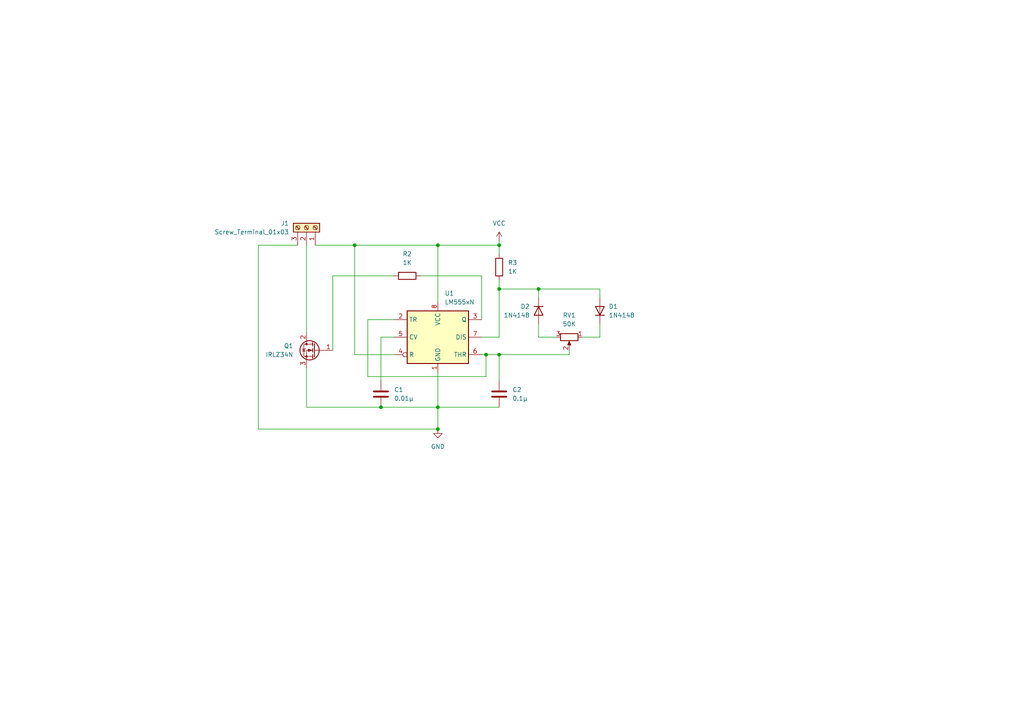
<source format=kicad_sch>
(kicad_sch (version 20230121) (generator eeschema)
  (paper "A4")
  (lib_symbols
    (symbol "Connector:Screw_Terminal_01x03" (pin_names (offset 1.016) hide)
      (property "Reference" "J" (at 0 5.08 0))
      (property "Value" "Screw_Terminal_01x03" (at 0 -5.08 0))
      (symbol "Screw_Terminal_01x03_1_1"
        (rectangle (start -1.27 3.81) (end 1.27 -3.81) (stroke (width 0.254)) (fill (type background)))
        (circle (center 0 -2.54) (radius 0.635) (stroke (width 0.1524)))
        (polyline (pts (xy -0.5334 -2.2098) (xy 0.3302 -3.048)) (stroke (width 0.1524)))
        (polyline (pts (xy -0.5334 0.3302) (xy 0.3302 -0.508)) (stroke (width 0.1524)))
        (polyline (pts (xy -0.5334 2.8702) (xy 0.3302 2.032)) (stroke (width 0.1524)))
        (polyline (pts (xy -0.3556 -2.032) (xy 0.508 -2.8702)) (stroke (width 0.1524)))
        (polyline (pts (xy -0.3556 0.508) (xy 0.508 -0.3302)) (stroke (width 0.1524)))
        (polyline (pts (xy -0.3556 3.048) (xy 0.508 2.2098)) (stroke (width 0.1524)))
        (circle (center 0 0) (radius 0.635) (stroke (width 0.1524)))
        (circle (center 0 2.54) (radius 0.635) (stroke (width 0.1524)))
        (pin passive line (at -5.08 2.54 0) (length 3.81) (name "Pin_1") (number "1"))
        (pin passive line (at -5.08 0 0) (length 3.81) (name "Pin_2") (number "2"))
        (pin passive line (at -5.08 -2.54 0) (length 3.81) (name "Pin_3") (number "3"))
      )
    )
    (symbol "Device:C" (pin_numbers hide) (pin_names (offset 0.254))
      (property "Reference" "C" (at 0.635 2.54 0))
      (property "Value" "C" (at 0.635 -2.54 0))
      (symbol "C_0_1"
        (polyline (pts (xy -2.032 -0.762) (xy 2.032 -0.762)) (stroke (width 0.508)))
        (polyline (pts (xy -2.032 0.762) (xy 2.032 0.762)) (stroke (width 0.508)))
      )
      (symbol "C_1_1"
        (pin passive line (at 0 3.81 270) (length 2.794) (name "~") (number "1"))
        (pin passive line (at 0 -3.81 90) (length 2.794) (name "~") (number "2"))
      )
    )
    (symbol "Device:R" (pin_numbers hide) (pin_names (offset 0))
      (property "Reference" "R" (at 2.032 0 90))
      (property "Value" "R" (at 0 0 90))
      (symbol "R_0_1"
        (rectangle (start -1.016 -2.54) (end 1.016 2.54) (stroke (width 0.254)))
      )
      (symbol "R_1_1"
        (pin passive line (at 0 3.81 270) (length 1.27) (name "~") (number "1"))
        (pin passive line (at 0 -3.81 90) (length 1.27) (name "~") (number "2"))
      )
    )
    (symbol "Device:R_Potentiometer" (pin_names (offset 1.016) hide)
      (property "Reference" "RV" (at -4.445 0 90))
      (property "Value" "R_Potentiometer" (at -2.54 0 90))
      (symbol "R_Potentiometer_0_1"
        (polyline (pts (xy 2.54 0) (xy 1.524 0)))
        (polyline (pts (xy 1.143 0) (xy 2.286 0.508) (xy 2.286 -0.508) (xy 1.143 0)) (fill (type outline)))
        (rectangle (start 1.016 2.54) (end -1.016 -2.54) (stroke (width 0.254)))
      )
      (symbol "R_Potentiometer_1_1"
        (pin passive line (at 0 3.81 270) (length 1.27) (name "1") (number "1"))
        (pin passive line (at 3.81 0 180) (length 1.27) (name "2") (number "2"))
        (pin passive line (at 0 -3.81 90) (length 1.27) (name "3") (number "3"))
      )
    )
    (symbol "Diode:1N4148" (pin_numbers hide) (pin_names hide)
      (property "Reference" "D" (at 0 2.54 0))
      (property "Value" "1N4148" (at 0 -2.54 0))
      (symbol "1N4148_0_1"
        (polyline (pts (xy -1.27 1.27) (xy -1.27 -1.27)) (stroke (width 0.254)))
        (polyline (pts (xy 1.27 0) (xy -1.27 0)))
        (polyline (pts (xy 1.27 1.27) (xy 1.27 -1.27) (xy -1.27 0) (xy 1.27 1.27)) (stroke (width 0.254)))
      )
      (symbol "1N4148_1_1"
        (pin passive line (at -3.81 0 0) (length 2.54) (name "K") (number "1"))
        (pin passive line (at 3.81 0 180) (length 2.54) (name "A") (number "2"))
      )
    )
    (symbol "Timer:LM555xN"
      (property "Reference" "U" (at -10.16 8.89 0))
      (property "Value" "LM555xN" (at 2.54 8.89 0))
      (symbol "LM555xN_0_0"
        (pin power_in line (at 0 -10.16 90) (length 2.54) (name "GND") (number "1"))
        (pin power_in line (at 0 10.16 270) (length 2.54) (name "VCC") (number "8"))
      )
      (symbol "LM555xN_0_1"
        (rectangle (start -8.89 -7.62) (end 8.89 7.62) (stroke (width 0.254)) (fill (type background)))
        (rectangle (start -8.89 -7.62) (end 8.89 7.62) (stroke (width 0.254)) (fill (type background)))
      )
      (symbol "LM555xN_1_1"
        (pin input line (at -12.7 5.08 0) (length 3.81) (name "TR") (number "2"))
        (pin output line (at 12.7 5.08 180) (length 3.81) (name "Q") (number "3"))
        (pin input inverted (at -12.7 -5.08 0) (length 3.81) (name "R") (number "4"))
        (pin input line (at -12.7 0 0) (length 3.81) (name "CV") (number "5"))
        (pin input line (at 12.7 -5.08 180) (length 3.81) (name "THR") (number "6"))
        (pin input line (at 12.7 0 180) (length 3.81) (name "DIS") (number "7"))
      )
    )
    (symbol "Transistor_FET:IRLZ34N" (pin_names hide)
      (property "Reference" "Q" (at 6.35 1.905 0))
      (property "Value" "IRLZ34N" (at 6.35 0 0))
      (symbol "IRLZ34N_0_1"
        (polyline (pts (xy 0.254 0) (xy -2.54 0)))
        (polyline (pts (xy 0.254 1.905) (xy 0.254 -1.905)) (stroke (width 0.254)))
        (polyline (pts (xy 0.762 -1.27) (xy 0.762 -2.286)) (stroke (width 0.254)))
        (polyline (pts (xy 0.762 0.508) (xy 0.762 -0.508)) (stroke (width 0.254)))
        (polyline (pts (xy 0.762 2.286) (xy 0.762 1.27)) (stroke (width 0.254)))
        (polyline (pts (xy 2.54 2.54) (xy 2.54 1.778)))
        (polyline (pts (xy 2.54 -2.54) (xy 2.54 0) (xy 0.762 0)))
        (polyline (pts (xy 0.762 -1.778) (xy 3.302 -1.778) (xy 3.302 1.778) (xy 0.762 1.778)))
        (polyline (pts (xy 1.016 0) (xy 2.032 0.381) (xy 2.032 -0.381) (xy 1.016 0)) (fill (type outline)))
        (polyline (pts (xy 2.794 0.508) (xy 2.921 0.381) (xy 3.683 0.381) (xy 3.81 0.254)))
        (polyline (pts (xy 3.302 0.381) (xy 2.921 -0.254) (xy 3.683 -0.254) (xy 3.302 0.381)))
        (circle (center 1.651 0) (radius 2.794) (stroke (width 0.254)))
        (circle (center 2.54 -1.778) (radius 0.254) (fill (type outline)))
        (circle (center 2.54 1.778) (radius 0.254) (fill (type outline)))
      )
      (symbol "IRLZ34N_1_1"
        (pin input line (at -5.08 0 0) (length 2.54) (name "G") (number "1"))
        (pin passive line (at 2.54 5.08 270) (length 2.54) (name "D") (number "2"))
        (pin passive line (at 2.54 -5.08 90) (length 2.54) (name "S") (number "3"))
      )
    )
    (symbol "power:GND" (power) (pin_names (offset 0))
      (property "Value" "GND" (at 0 -3.81 0))
      (symbol "GND_0_1"
        (polyline (pts (xy 0 0) (xy 0 -1.27) (xy 1.27 -1.27) (xy 0 -2.54) (xy -1.27 -1.27) (xy 0 -1.27)))
      )
      (symbol "GND_1_1"
        (pin power_in line (at 0 0 270) (length 0) hide (name "GND") (number "1"))
      )
    )
    (symbol "power:VCC" (power) (pin_names (offset 0))
      (property "Value" "VCC" (at 0 3.81 0))
      (symbol "VCC_0_1"
        (polyline (pts (xy -0.762 1.27) (xy 0 2.54)))
        (polyline (pts (xy 0 0) (xy 0 2.54)))
        (polyline (pts (xy 0 2.54) (xy 0.762 1.27)))
      )
      (symbol "VCC_1_1"
        (pin power_in line (at 0 0 90) (length 0) hide (name "VCC") (number "1"))
      )
    )
  )
  (junction (at 144.78 102.87))
  (junction (at 144.78 71.12))
  (junction (at 140.97 102.87))
  (junction (at 127 71.12))
  (junction (at 102.87 71.12))
  (junction (at 156.21 83.82))
  (junction (at 144.78 83.82))
  (junction (at 127 124.46))
  (junction (at 127 118.11))
  (junction (at 110.49 118.11))
  (wire (pts (xy 110.49 97.79) (xy 110.49 110.49)))
  (wire (pts (xy 106.68 109.22) (xy 140.97 109.22)))
  (wire (pts (xy 88.9 96.52) (xy 88.9 71.12)))
  (wire (pts (xy 127 124.46) (xy 74.93 124.46)))
  (wire (pts (xy 165.1 102.87) (xy 144.78 102.87)))
  (wire (pts (xy 127 87.63) (xy 127 71.12)))
  (wire (pts (xy 102.87 102.87) (xy 102.87 71.12)))
  (wire (pts (xy 161.29 97.79) (xy 156.21 97.79)))
  (wire (pts (xy 144.78 71.12) (xy 144.78 73.66)))
  (wire (pts (xy 140.97 102.87) (xy 139.7 102.87)))
  (wire (pts (xy 173.99 83.82) (xy 173.99 86.36)))
  (wire (pts (xy 139.7 92.71) (xy 139.7 80.01)))
  (wire (pts (xy 127 107.95) (xy 127 118.11)))
  (wire (pts (xy 144.78 83.82) (xy 156.21 83.82)))
  (wire (pts (xy 106.68 92.71) (xy 106.68 109.22)))
  (wire (pts (xy 144.78 110.49) (xy 144.78 102.87)))
  (wire (pts (xy 114.3 102.87) (xy 102.87 102.87)))
  (wire (pts (xy 110.49 118.11) (xy 127 118.11)))
  (wire (pts (xy 114.3 97.79) (xy 110.49 97.79)))
  (wire (pts (xy 139.7 80.01) (xy 121.92 80.01)))
  (wire (pts (xy 156.21 83.82) (xy 173.99 83.82)))
  (wire (pts (xy 96.52 80.01) (xy 96.52 101.6)))
  (wire (pts (xy 144.78 81.28) (xy 144.78 83.82)))
  (wire (pts (xy 74.93 71.12) (xy 86.36 71.12)))
  (wire (pts (xy 127 118.11) (xy 127 124.46)))
  (wire (pts (xy 173.99 93.98) (xy 173.99 97.79)))
  (wire (pts (xy 74.93 124.46) (xy 74.93 71.12)))
  (wire (pts (xy 144.78 69.85) (xy 144.78 71.12)))
  (wire (pts (xy 156.21 97.79) (xy 156.21 93.98)))
  (wire (pts (xy 144.78 83.82) (xy 144.78 97.79)))
  (wire (pts (xy 102.87 71.12) (xy 127 71.12)))
  (wire (pts (xy 165.1 101.6) (xy 165.1 102.87)))
  (wire (pts (xy 156.21 86.36) (xy 156.21 83.82)))
  (wire (pts (xy 127 118.11) (xy 144.78 118.11)))
  (wire (pts (xy 114.3 92.71) (xy 106.68 92.71)))
  (wire (pts (xy 127 71.12) (xy 144.78 71.12)))
  (wire (pts (xy 88.9 118.11) (xy 110.49 118.11)))
  (wire (pts (xy 144.78 102.87) (xy 140.97 102.87)))
  (wire (pts (xy 88.9 106.68) (xy 88.9 118.11)))
  (wire (pts (xy 102.87 71.12) (xy 91.44 71.12)))
  (wire (pts (xy 173.99 97.79) (xy 168.91 97.79)))
  (wire (pts (xy 144.78 97.79) (xy 139.7 97.79)))
  (wire (pts (xy 114.3 80.01) (xy 96.52 80.01)))
  (wire (pts (xy 140.97 102.87) (xy 140.97 109.22)))
  (symbol (lib_id "Device:C") (at 144.78 114.3 0) (unit 1)
    (property "Reference" "C2" (at 148.59 113.03 0) (effects (justify left)))
    (property "Value" "0.1µ" (at 148.59 115.57 0) (effects (justify left)))
    (property "Footprint" "Capacitor_THT:C_Disc_D5.0mm_W2.5mm_P2.50mm" (effects hide))
  )
  (symbol (lib_id "Diode:1N4148") (at 173.99 90.17 90) (unit 1)
    (property "Reference" "D1" (at 176.53 88.9 90) (effects (justify right)))
    (property "Value" "1N4148" (at 176.53 91.44 90) (effects (justify right)))
    (property "Footprint" "Diode_THT:D_DO-35_SOD27_P7.62mm_Horizontal" (effects hide))
    (property "Datasheet" "https://assets.nexperia.com/documents/data-sheet/1N4148_1N4448.pdf" (effects hide))
    (property "Sim.Device" "D" (effects hide))
    (property "Sim.Pins" "1=K 2=A" (effects hide))
  )
  (symbol (lib_id "power:GND") (at 127 124.46 0) (unit 1)
    (property "Reference" "#PWR01" (effects hide))
    (property "Value" "GND" (at 127 129.54 0))
  )
  (symbol (lib_id "Transistor_FET:IRLZ34N") (at 91.44 101.6 0) (mirror y) (unit 1)
    (property "Reference" "Q1" (at 85.09 100.33 0) (effects (justify left)))
    (property "Value" "IRLZ34N" (at 85.09 102.87 0) (effects (justify left)))
    (property "Footprint" "Package_TO_SOT_THT:TO-220-3_Vertical" (effects hide))
    (property "Datasheet" "http://www.infineon.com/dgdl/irlz34npbf.pdf?fileId=5546d462533600a40153567206892720" (effects hide))
  )
  (symbol (lib_id "Timer:LM555xN") (at 127 97.79 0) (unit 1)
    (property "Reference" "U1" (at 128.9559 85.09 0) (effects (justify left)))
    (property "Value" "LM555xN" (at 128.9559 87.63 0) (effects (justify left)))
    (property "Footprint" "Package_DIP:DIP-8_W7.62mm" (effects hide))
    (property "Datasheet" "http://www.ti.com/lit/ds/symlink/lm555.pdf" (effects hide))
  )
  (symbol (lib_id "power:VCC") (at 144.78 69.85 0) (unit 1)
    (property "Reference" "#PWR02" (effects hide))
    (property "Value" "VCC" (at 144.78 64.77 0))
  )
  (symbol (lib_id "Device:C") (at 110.49 114.3 0) (unit 1)
    (property "Reference" "C1" (at 114.3 113.03 0) (effects (justify left)))
    (property "Value" "0.01µ" (at 114.3 115.57 0) (effects (justify left)))
    (property "Footprint" "Capacitor_THT:C_Disc_D5.0mm_W2.5mm_P5.00mm" (effects hide))
  )
  (symbol (lib_id "Diode:1N4148") (at 156.21 90.17 90) (mirror x) (unit 1)
    (property "Reference" "D2" (at 153.67 88.9 90) (effects (justify left)))
    (property "Value" "1N4148" (at 153.67 91.44 90) (effects (justify left)))
    (property "Footprint" "Diode_THT:D_DO-35_SOD27_P7.62mm_Horizontal" (effects hide))
    (property "Datasheet" "https://assets.nexperia.com/documents/data-sheet/1N4148_1N4448.pdf" (effects hide))
    (property "Sim.Device" "D" (effects hide))
    (property "Sim.Pins" "1=K 2=A" (effects hide))
  )
  (symbol (lib_id "Connector:Screw_Terminal_01x03") (at 88.9 66.04 270) (mirror x) (unit 1)
    (property "Reference" "J1" (at 83.82 64.77 90) (effects (justify right)))
    (property "Value" "Screw_Terminal_01x03" (at 83.82 67.31 90) (effects (justify right)))
    (property "Footprint" "TerminalBlock_Phoenix:TerminalBlock_Phoenix_MKDS-1,5-3-5.08_1x03_P5.08mm_Horizontal" (effects hide))
  )
  (symbol (lib_id "Device:R") (at 144.78 77.47 0) (unit 1)
    (property "Reference" "R3" (at 147.32 76.2 0) (effects (justify left)))
    (property "Value" "1K" (at 147.32 78.74 0) (effects (justify left)))
    (property "Footprint" "Resistor_THT:R_Axial_DIN0207_L6.3mm_D2.5mm_P7.62mm_Horizontal" (effects hide))
  )
  (symbol (lib_id "Device:R") (at 118.11 80.01 90) (unit 1)
    (property "Reference" "R2" (at 118.11 73.66 90))
    (property "Value" "1K" (at 118.11 76.2 90))
    (property "Footprint" "Resistor_THT:R_Axial_DIN0207_L6.3mm_D2.5mm_P7.62mm_Horizontal" (effects hide))
  )
  (symbol (lib_id "Device:R_Potentiometer") (at 165.1 97.79 270) (unit 1)
    (property "Reference" "RV1" (at 165.1 91.44 90))
    (property "Value" "50K" (at 165.1 93.98 90))
    (property "Footprint" "Potentiometer_THT:Potentiometer_Omeg_PC16BU_Vertical" (effects hide))
  )
)
</source>
